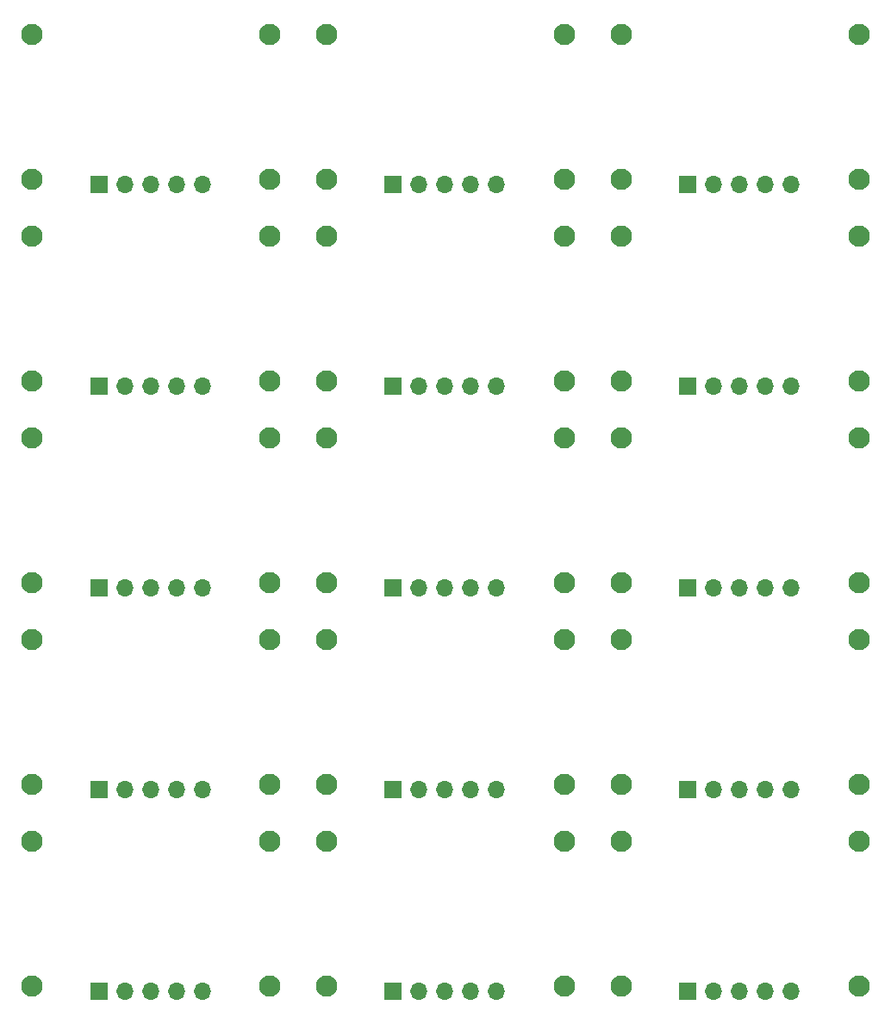
<source format=gbr>
%TF.GenerationSoftware,KiCad,Pcbnew,7.0.1*%
%TF.CreationDate,2025-06-24T16:32:56+07:00*%
%TF.ProjectId,panelize,70616e65-6c69-47a6-952e-6b696361645f,rev?*%
%TF.SameCoordinates,Original*%
%TF.FileFunction,Soldermask,Bot*%
%TF.FilePolarity,Negative*%
%FSLAX46Y46*%
G04 Gerber Fmt 4.6, Leading zero omitted, Abs format (unit mm)*
G04 Created by KiCad (PCBNEW 7.0.1) date 2025-06-24 16:32:56*
%MOMM*%
%LPD*%
G01*
G04 APERTURE LIST*
%ADD10C,2.100000*%
%ADD11R,1.700000X1.700000*%
%ADD12O,1.700000X1.700000*%
G04 APERTURE END LIST*
D10*
%TO.C,H75*%
X197846000Y-158840000D03*
%TD*%
D11*
%TO.C,J57*%
X181040500Y-159348000D03*
D12*
X183580500Y-159348000D03*
X186120500Y-159348000D03*
X188660500Y-159348000D03*
X191200500Y-159348000D03*
%TD*%
D10*
%TO.C,H76*%
X197846000Y-144616000D03*
%TD*%
%TO.C,H73*%
X174478000Y-144616000D03*
%TD*%
%TO.C,H74*%
X174478000Y-158840000D03*
%TD*%
%TO.C,H71*%
X168898000Y-158840000D03*
%TD*%
D11*
%TO.C,J54*%
X152092500Y-159348000D03*
D12*
X154632500Y-159348000D03*
X157172500Y-159348000D03*
X159712500Y-159348000D03*
X162252500Y-159348000D03*
%TD*%
D10*
%TO.C,H69*%
X145530000Y-144616000D03*
%TD*%
%TO.C,H72*%
X168898000Y-144616000D03*
%TD*%
%TO.C,H70*%
X145530000Y-158840000D03*
%TD*%
%TO.C,H67*%
X139950000Y-158840000D03*
%TD*%
D11*
%TO.C,J51*%
X123144500Y-159348000D03*
D12*
X125684500Y-159348000D03*
X128224500Y-159348000D03*
X130764500Y-159348000D03*
X133304500Y-159348000D03*
%TD*%
D10*
%TO.C,H65*%
X116582000Y-144616000D03*
%TD*%
%TO.C,H68*%
X139950000Y-144616000D03*
%TD*%
%TO.C,H66*%
X116582000Y-158840000D03*
%TD*%
%TO.C,H59*%
X197846000Y-139036000D03*
%TD*%
D11*
%TO.C,J45*%
X181040500Y-139544000D03*
D12*
X183580500Y-139544000D03*
X186120500Y-139544000D03*
X188660500Y-139544000D03*
X191200500Y-139544000D03*
%TD*%
D10*
%TO.C,H57*%
X174478000Y-124812000D03*
%TD*%
%TO.C,H60*%
X197846000Y-124812000D03*
%TD*%
%TO.C,H58*%
X174478000Y-139036000D03*
%TD*%
%TO.C,H55*%
X168898000Y-139036000D03*
%TD*%
D11*
%TO.C,J42*%
X152092500Y-139544000D03*
D12*
X154632500Y-139544000D03*
X157172500Y-139544000D03*
X159712500Y-139544000D03*
X162252500Y-139544000D03*
%TD*%
D10*
%TO.C,H53*%
X145530000Y-124812000D03*
%TD*%
%TO.C,H56*%
X168898000Y-124812000D03*
%TD*%
%TO.C,H54*%
X145530000Y-139036000D03*
%TD*%
%TO.C,H51*%
X139950000Y-139036000D03*
%TD*%
D11*
%TO.C,J39*%
X123144500Y-139544000D03*
D12*
X125684500Y-139544000D03*
X128224500Y-139544000D03*
X130764500Y-139544000D03*
X133304500Y-139544000D03*
%TD*%
D10*
%TO.C,H49*%
X116582000Y-124812000D03*
%TD*%
%TO.C,H52*%
X139950000Y-124812000D03*
%TD*%
%TO.C,H50*%
X116582000Y-139036000D03*
%TD*%
%TO.C,H43*%
X197846000Y-119232000D03*
%TD*%
D11*
%TO.C,J33*%
X181040500Y-119740000D03*
D12*
X183580500Y-119740000D03*
X186120500Y-119740000D03*
X188660500Y-119740000D03*
X191200500Y-119740000D03*
%TD*%
D10*
%TO.C,H41*%
X174478000Y-105008000D03*
%TD*%
%TO.C,H44*%
X197846000Y-105008000D03*
%TD*%
%TO.C,H42*%
X174478000Y-119232000D03*
%TD*%
%TO.C,H39*%
X168898000Y-119232000D03*
%TD*%
%TO.C,H37*%
X145530000Y-105008000D03*
%TD*%
%TO.C,H40*%
X168898000Y-105008000D03*
%TD*%
D11*
%TO.C,J30*%
X152092500Y-119740000D03*
D12*
X154632500Y-119740000D03*
X157172500Y-119740000D03*
X159712500Y-119740000D03*
X162252500Y-119740000D03*
%TD*%
D10*
%TO.C,H38*%
X145530000Y-119232000D03*
%TD*%
%TO.C,H35*%
X139950000Y-119232000D03*
%TD*%
D11*
%TO.C,J27*%
X123144500Y-119740000D03*
D12*
X125684500Y-119740000D03*
X128224500Y-119740000D03*
X130764500Y-119740000D03*
X133304500Y-119740000D03*
%TD*%
D10*
%TO.C,H33*%
X116582000Y-105008000D03*
%TD*%
%TO.C,H36*%
X139950000Y-105008000D03*
%TD*%
%TO.C,H34*%
X116582000Y-119232000D03*
%TD*%
%TO.C,H27*%
X197846000Y-99428000D03*
%TD*%
D11*
%TO.C,J21*%
X181040500Y-99936000D03*
D12*
X183580500Y-99936000D03*
X186120500Y-99936000D03*
X188660500Y-99936000D03*
X191200500Y-99936000D03*
%TD*%
D10*
%TO.C,H28*%
X197846000Y-85204000D03*
%TD*%
%TO.C,H25*%
X174478000Y-85204000D03*
%TD*%
%TO.C,H26*%
X174478000Y-99428000D03*
%TD*%
%TO.C,H23*%
X168898000Y-99428000D03*
%TD*%
D11*
%TO.C,J18*%
X152092500Y-99936000D03*
D12*
X154632500Y-99936000D03*
X157172500Y-99936000D03*
X159712500Y-99936000D03*
X162252500Y-99936000D03*
%TD*%
D10*
%TO.C,H21*%
X145530000Y-85204000D03*
%TD*%
%TO.C,H24*%
X168898000Y-85204000D03*
%TD*%
%TO.C,H22*%
X145530000Y-99428000D03*
%TD*%
%TO.C,H19*%
X139950000Y-99428000D03*
%TD*%
D11*
%TO.C,J15*%
X123144500Y-99936000D03*
D12*
X125684500Y-99936000D03*
X128224500Y-99936000D03*
X130764500Y-99936000D03*
X133304500Y-99936000D03*
%TD*%
D10*
%TO.C,H17*%
X116582000Y-85204000D03*
%TD*%
%TO.C,H20*%
X139950000Y-85204000D03*
%TD*%
%TO.C,H18*%
X116582000Y-99428000D03*
%TD*%
%TO.C,H11*%
X197846000Y-79624000D03*
%TD*%
D11*
%TO.C,J9*%
X181040500Y-80132000D03*
D12*
X183580500Y-80132000D03*
X186120500Y-80132000D03*
X188660500Y-80132000D03*
X191200500Y-80132000D03*
%TD*%
D10*
%TO.C,H9*%
X174478000Y-65400000D03*
%TD*%
%TO.C,H12*%
X197846000Y-65400000D03*
%TD*%
%TO.C,H10*%
X174478000Y-79624000D03*
%TD*%
%TO.C,H7*%
X168898000Y-79624000D03*
%TD*%
%TO.C,H5*%
X145530000Y-65400000D03*
%TD*%
%TO.C,H8*%
X168898000Y-65400000D03*
%TD*%
D11*
%TO.C,J6*%
X152092500Y-80132000D03*
D12*
X154632500Y-80132000D03*
X157172500Y-80132000D03*
X159712500Y-80132000D03*
X162252500Y-80132000D03*
%TD*%
D10*
%TO.C,H6*%
X145530000Y-79624000D03*
%TD*%
%TO.C,H2*%
X116582000Y-79624000D03*
%TD*%
%TO.C,H1*%
X116582000Y-65400000D03*
%TD*%
%TO.C,H4*%
X139950000Y-65400000D03*
%TD*%
D11*
%TO.C,J3*%
X123144500Y-80132000D03*
D12*
X125684500Y-80132000D03*
X128224500Y-80132000D03*
X130764500Y-80132000D03*
X133304500Y-80132000D03*
%TD*%
D10*
%TO.C,H3*%
X139950000Y-79624000D03*
%TD*%
M02*

</source>
